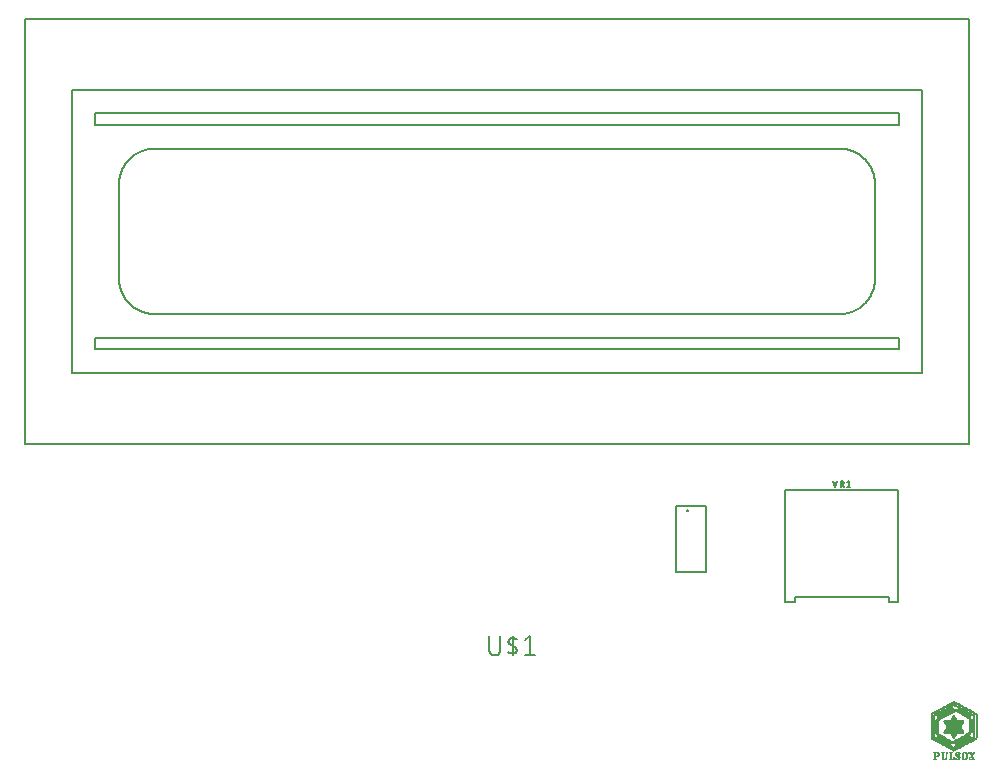
<source format=gbr>
G04 EAGLE Gerber RS-274X export*
G75*
%MOMM*%
%FSLAX34Y34*%
%LPD*%
%INSilkscreen Top*%
%IPPOS*%
%AMOC8*
5,1,8,0,0,1.08239X$1,22.5*%
G01*
%ADD10R,0.304800X0.025400*%
%ADD11R,0.127000X0.025400*%
%ADD12R,0.076200X0.025400*%
%ADD13R,0.457200X0.025400*%
%ADD14R,0.050800X0.025400*%
%ADD15R,0.101600X0.025400*%
%ADD16R,0.177800X0.025400*%
%ADD17R,0.281938X0.025400*%
%ADD18R,0.152400X0.025400*%
%ADD19R,0.203200X0.025656*%
%ADD20R,0.180338X0.025656*%
%ADD21R,0.076200X0.025656*%
%ADD22R,0.127000X0.025656*%
%ADD23R,0.152400X0.025656*%
%ADD24R,0.101600X0.025656*%
%ADD25R,0.231138X0.025656*%
%ADD26R,0.203200X0.025400*%
%ADD27R,0.205738X0.025400*%
%ADD28R,0.231138X0.025400*%
%ADD29R,0.180338X0.025400*%
%ADD30R,0.025400X0.025400*%
%ADD31R,0.279400X0.025400*%
%ADD32R,0.330200X0.025400*%
%ADD33R,0.381000X0.025400*%
%ADD34R,0.355600X0.025400*%
%ADD35R,0.228600X0.025400*%
%ADD36R,0.203200X0.025650*%
%ADD37R,0.177800X0.025650*%
%ADD38R,0.180338X0.025650*%
%ADD39R,0.025400X0.025650*%
%ADD40R,0.406400X0.025650*%
%ADD41R,0.228600X0.025650*%
%ADD42R,0.231138X0.025650*%
%ADD43R,0.307338X0.025400*%
%ADD44R,0.152400X0.025650*%
%ADD45R,0.127000X0.025650*%
%ADD46R,0.254000X0.025650*%
%ADD47R,0.101600X0.025650*%
%ADD48R,0.406400X0.025400*%
%ADD49R,0.381000X0.025650*%
%ADD50R,0.482600X0.025400*%
%ADD51R,0.254000X0.025400*%
%ADD52R,0.254000X0.025656*%
%ADD53R,0.558800X0.025400*%
%ADD54R,0.256538X0.025400*%
%ADD55R,0.431800X0.025400*%
%ADD56R,0.635000X0.025400*%
%ADD57R,0.256538X0.025650*%
%ADD58R,0.508000X0.025650*%
%ADD59R,0.736600X0.025650*%
%ADD60R,0.279400X0.025650*%
%ADD61R,0.609600X0.025400*%
%ADD62R,0.838200X0.025400*%
%ADD63R,0.711200X0.025400*%
%ADD64R,0.939800X0.025400*%
%ADD65R,1.803400X0.025400*%
%ADD66R,1.879600X0.025400*%
%ADD67R,1.955800X0.025400*%
%ADD68R,2.059938X0.025400*%
%ADD69R,2.161538X0.025400*%
%ADD70R,2.263138X0.025400*%
%ADD71R,1.043937X0.025400*%
%ADD72R,1.270000X0.025400*%
%ADD73R,1.043937X0.025650*%
%ADD74R,1.270000X0.025650*%
%ADD75R,1.018538X0.025400*%
%ADD76R,1.244600X0.025400*%
%ADD77R,1.069338X0.025400*%
%ADD78R,1.272538X0.025400*%
%ADD79R,1.043937X0.025656*%
%ADD80R,0.965200X0.025656*%
%ADD81R,0.256538X0.025656*%
%ADD82R,0.789938X0.025400*%
%ADD83R,0.914400X0.025400*%
%ADD84R,0.739138X0.025400*%
%ADD85R,0.863600X0.025400*%
%ADD86R,0.688338X0.025400*%
%ADD87R,0.812800X0.025400*%
%ADD88R,0.637537X0.025400*%
%ADD89R,0.787400X0.025400*%
%ADD90R,0.586738X0.025400*%
%ADD91R,0.736600X0.025400*%
%ADD92R,0.561338X0.025400*%
%ADD93R,0.685800X0.025400*%
%ADD94R,0.510537X0.025400*%
%ADD95R,0.459738X0.025400*%
%ADD96R,0.584200X0.025400*%
%ADD97R,0.457200X0.025650*%
%ADD98R,0.508000X0.025400*%
%ADD99R,0.660400X0.025400*%
%ADD100R,1.727200X0.025400*%
%ADD101R,1.778000X0.025400*%
%ADD102R,0.482600X0.025650*%
%ADD103R,1.752600X0.025650*%
%ADD104R,0.332738X0.025650*%
%ADD105R,1.676400X0.025400*%
%ADD106R,1.625600X0.025400*%
%ADD107R,1.574800X0.025400*%
%ADD108R,1.524000X0.025400*%
%ADD109R,1.473200X0.025400*%
%ADD110R,1.473200X0.025650*%
%ADD111R,0.510537X0.025650*%
%ADD112R,1.422400X0.025400*%
%ADD113R,1.371600X0.025400*%
%ADD114R,1.320800X0.025400*%
%ADD115R,1.295400X0.025400*%
%ADD116R,0.482600X0.025656*%
%ADD117R,1.371600X0.025656*%
%ADD118R,0.510537X0.025656*%
%ADD119R,1.625600X0.025650*%
%ADD120R,1.752600X0.025400*%
%ADD121R,1.651000X0.025400*%
%ADD122R,0.609600X0.025650*%
%ADD123R,0.358137X0.025400*%
%ADD124R,0.434338X0.025400*%
%ADD125R,0.485137X0.025400*%
%ADD126R,0.612138X0.025400*%
%ADD127R,0.662938X0.025650*%
%ADD128R,0.713738X0.025400*%
%ADD129R,0.764538X0.025400*%
%ADD130R,0.815338X0.025400*%
%ADD131R,0.533400X0.025400*%
%ADD132R,0.866138X0.025400*%
%ADD133R,0.916938X0.025400*%
%ADD134R,0.967738X0.025400*%
%ADD135R,1.323338X0.025400*%
%ADD136R,0.762000X0.025400*%
%ADD137R,1.323338X0.025656*%
%ADD138R,1.348738X0.025400*%
%ADD139R,1.066800X0.025400*%
%ADD140R,1.041400X0.025400*%
%ADD141R,1.374138X0.025400*%
%ADD142R,1.399538X0.025400*%
%ADD143R,1.117600X0.025400*%
%ADD144R,2.364737X0.025400*%
%ADD145R,2.263138X0.025650*%
%ADD146R,1.854200X0.025400*%
%ADD147R,0.990600X0.025400*%
%ADD148R,0.558800X0.025650*%
%ADD149R,0.381000X0.025656*%
%ADD150C,0.127000*%
%ADD151C,0.152400*%
%ADD152C,0.203200*%


D10*
X821869Y329004D03*
D11*
X828880Y329004D03*
D12*
X830404Y329004D03*
D13*
X835611Y329004D03*
D14*
X838913Y329004D03*
D12*
X840056Y329004D03*
D15*
X841453Y329004D03*
D12*
X846152Y329004D03*
D15*
X847549Y329004D03*
D16*
X850978Y329004D03*
D17*
X854038Y329004D03*
D10*
X821869Y329258D03*
D16*
X828626Y329258D03*
D15*
X830531Y329258D03*
D13*
X835611Y329258D03*
D16*
X839548Y329258D03*
D18*
X841707Y329258D03*
D11*
X845898Y329258D03*
X847676Y329258D03*
D18*
X851105Y329258D03*
D17*
X854038Y329258D03*
D19*
X821869Y329513D03*
D20*
X828359Y329513D03*
D21*
X830912Y329513D03*
D19*
X834849Y329513D03*
D22*
X837262Y329513D03*
X839294Y329513D03*
X842088Y329513D03*
X845644Y329513D03*
D23*
X848057Y329513D03*
D24*
X851105Y329513D03*
D25*
X854038Y329513D03*
D26*
X821869Y329768D03*
D27*
X828232Y329768D03*
D14*
X831293Y329768D03*
D26*
X834849Y329768D03*
D15*
X837389Y329768D03*
X839167Y329768D03*
X842215Y329768D03*
D18*
X845517Y329768D03*
D11*
X848184Y329768D03*
D12*
X851232Y329768D03*
D28*
X854038Y329768D03*
D26*
X821869Y330022D03*
D29*
X828105Y330022D03*
D14*
X831293Y330022D03*
D26*
X834849Y330022D03*
D12*
X837516Y330022D03*
X839040Y330022D03*
D11*
X842342Y330022D03*
D16*
X845390Y330022D03*
D18*
X848311Y330022D03*
D14*
X851359Y330022D03*
D28*
X853784Y330022D03*
D26*
X821869Y330276D03*
D29*
X828105Y330276D03*
D30*
X831420Y330276D03*
D26*
X834849Y330276D03*
D12*
X837516Y330276D03*
X839040Y330276D03*
D11*
X842342Y330276D03*
D16*
X845390Y330276D03*
X848438Y330276D03*
D12*
X851486Y330276D03*
D28*
X853784Y330276D03*
D26*
X821869Y330530D03*
D29*
X828105Y330530D03*
D30*
X831420Y330530D03*
D26*
X834849Y330530D03*
D14*
X837643Y330530D03*
X838913Y330530D03*
D16*
X842342Y330530D03*
D26*
X845263Y330530D03*
D16*
X848438Y330530D03*
D14*
X851613Y330530D03*
D28*
X853530Y330530D03*
D26*
X821869Y330784D03*
D29*
X828105Y330784D03*
D30*
X831420Y330784D03*
D26*
X834849Y330784D03*
D14*
X837643Y330784D03*
X838913Y330784D03*
D26*
X842215Y330784D03*
X845263Y330784D03*
X848565Y330784D03*
D30*
X851740Y330784D03*
D28*
X853530Y330784D03*
D26*
X821869Y331038D03*
D29*
X828105Y331038D03*
D30*
X831420Y331038D03*
D26*
X834849Y331038D03*
D30*
X837770Y331038D03*
D14*
X838913Y331038D03*
D31*
X841834Y331038D03*
D26*
X845263Y331038D03*
X848565Y331038D03*
D28*
X853276Y331038D03*
D26*
X821869Y331292D03*
D29*
X828105Y331292D03*
D30*
X831420Y331292D03*
D26*
X834849Y331292D03*
D32*
X841580Y331292D03*
D26*
X845263Y331292D03*
X848565Y331292D03*
D28*
X853276Y331292D03*
D33*
X822758Y331546D03*
D29*
X828105Y331546D03*
D30*
X831420Y331546D03*
D26*
X834849Y331546D03*
D34*
X841453Y331546D03*
D35*
X845136Y331546D03*
D26*
X848565Y331546D03*
D28*
X853022Y331546D03*
D26*
X821869Y331800D03*
D16*
X824282Y331800D03*
D29*
X828105Y331800D03*
D30*
X831420Y331800D03*
D26*
X834849Y331800D03*
D33*
X841072Y331800D03*
D35*
X845136Y331800D03*
D26*
X848565Y331800D03*
D28*
X853022Y331800D03*
D36*
X821869Y332056D03*
D37*
X824536Y332056D03*
D38*
X828105Y332056D03*
D39*
X831420Y332056D03*
D36*
X834849Y332056D03*
D40*
X840945Y332056D03*
D41*
X845136Y332056D03*
D36*
X848565Y332056D03*
D42*
X852768Y332056D03*
D26*
X821869Y332311D03*
D16*
X824536Y332311D03*
D29*
X828105Y332311D03*
D30*
X831420Y332311D03*
D26*
X834849Y332311D03*
D33*
X840818Y332311D03*
D35*
X845136Y332311D03*
D26*
X848565Y332311D03*
D28*
X852768Y332311D03*
D26*
X821869Y332565D03*
D16*
X824790Y332565D03*
D29*
X828105Y332565D03*
D30*
X831420Y332565D03*
D26*
X834849Y332565D03*
D33*
X840564Y332565D03*
D35*
X845136Y332565D03*
D26*
X848565Y332565D03*
D28*
X852514Y332565D03*
D26*
X821869Y332819D03*
D16*
X824790Y332819D03*
D29*
X828105Y332819D03*
D30*
X831420Y332819D03*
D26*
X834849Y332819D03*
D32*
X840310Y332819D03*
D26*
X845263Y332819D03*
X848565Y332819D03*
D28*
X852514Y332819D03*
D26*
X821869Y333073D03*
D16*
X824790Y333073D03*
D29*
X828105Y333073D03*
D30*
X831420Y333073D03*
D26*
X834849Y333073D03*
D31*
X840056Y333073D03*
D14*
X842723Y333073D03*
D26*
X845263Y333073D03*
X848565Y333073D03*
D28*
X852260Y333073D03*
D26*
X821869Y333327D03*
D16*
X824790Y333327D03*
D29*
X828105Y333327D03*
D30*
X831420Y333327D03*
D26*
X834849Y333327D03*
D35*
X839802Y333327D03*
D14*
X842723Y333327D03*
D26*
X845263Y333327D03*
D16*
X848438Y333327D03*
D43*
X852641Y333327D03*
D26*
X821869Y333581D03*
D16*
X824790Y333581D03*
D29*
X828105Y333581D03*
D30*
X831420Y333581D03*
D26*
X834849Y333581D03*
D16*
X839548Y333581D03*
D14*
X842723Y333581D03*
D26*
X845263Y333581D03*
D16*
X848438Y333581D03*
D28*
X852006Y333581D03*
D14*
X853924Y333581D03*
D26*
X821869Y333835D03*
D16*
X824790Y333835D03*
D29*
X828105Y333835D03*
D30*
X831420Y333835D03*
D26*
X834849Y333835D03*
D18*
X839421Y333835D03*
D12*
X842596Y333835D03*
D16*
X845390Y333835D03*
X848438Y333835D03*
D28*
X852006Y333835D03*
D14*
X854178Y333835D03*
D26*
X821869Y334089D03*
D16*
X824790Y334089D03*
D29*
X828105Y334089D03*
D14*
X831547Y334089D03*
D26*
X834849Y334089D03*
D11*
X839548Y334089D03*
D12*
X842596Y334089D03*
D16*
X845390Y334089D03*
D18*
X848311Y334089D03*
D35*
X851740Y334089D03*
D14*
X854178Y334089D03*
D26*
X821869Y334343D03*
D16*
X824536Y334343D03*
D29*
X828105Y334343D03*
D12*
X831420Y334343D03*
D26*
X834849Y334343D03*
D11*
X839548Y334343D03*
D15*
X842469Y334343D03*
D18*
X845517Y334343D03*
D11*
X848184Y334343D03*
D35*
X851740Y334343D03*
D12*
X854305Y334343D03*
D36*
X821869Y334598D03*
D44*
X824409Y334598D03*
D42*
X828105Y334598D03*
D45*
X831420Y334598D03*
D36*
X834849Y334598D03*
D45*
X839802Y334598D03*
X842342Y334598D03*
X845644Y334598D03*
D44*
X848057Y334598D03*
D46*
X851613Y334598D03*
D47*
X854432Y334598D03*
D13*
X822631Y334854D03*
D17*
X828105Y334854D03*
D16*
X831420Y334854D03*
D10*
X834849Y334854D03*
D11*
X840056Y334854D03*
D12*
X841580Y334854D03*
D14*
X842723Y334854D03*
D11*
X845898Y334854D03*
X847676Y334854D03*
D43*
X851625Y334854D03*
D26*
X854432Y334854D03*
D48*
X822377Y335108D03*
D17*
X828105Y335108D03*
D16*
X831420Y335108D03*
D10*
X834849Y335108D03*
D15*
X840183Y335108D03*
D14*
X841453Y335108D03*
D30*
X842850Y335108D03*
D12*
X846152Y335108D03*
D15*
X847549Y335108D03*
D43*
X851625Y335108D03*
D26*
X854432Y335108D03*
D12*
X838024Y336378D03*
D16*
X838024Y336632D03*
D31*
X838024Y336886D03*
D49*
X838024Y337141D03*
D50*
X838024Y337396D03*
D51*
X836627Y337650D03*
X839421Y337650D03*
X836119Y337904D03*
X839929Y337904D03*
X835611Y338158D03*
X840437Y338158D03*
D31*
X835230Y338412D03*
D12*
X837770Y338412D03*
D31*
X840818Y338412D03*
X834722Y338666D03*
D16*
X837770Y338666D03*
D31*
X841326Y338666D03*
X834214Y338920D03*
X837770Y338920D03*
X841834Y338920D03*
X833706Y339174D03*
D33*
X837770Y339174D03*
D51*
X842215Y339174D03*
D31*
X833198Y339428D03*
D50*
X837770Y339428D03*
D51*
X842723Y339428D03*
D52*
X832817Y339683D03*
X836373Y339683D03*
X839167Y339683D03*
X843231Y339683D03*
D51*
X832309Y339939D03*
X835865Y339939D03*
X839675Y339939D03*
D31*
X843612Y339939D03*
D51*
X831801Y340193D03*
X835357Y340193D03*
D32*
X840564Y340193D03*
D31*
X844120Y340193D03*
X831420Y340447D03*
X834976Y340447D03*
D32*
X840818Y340447D03*
D31*
X844628Y340447D03*
X830912Y340701D03*
X834468Y340701D03*
X841072Y340701D03*
X845136Y340701D03*
X830404Y340955D03*
X833960Y340955D03*
X841580Y340955D03*
D51*
X845517Y340955D03*
D31*
X829896Y341209D03*
X833452Y341209D03*
D33*
X841580Y341209D03*
D51*
X846025Y341209D03*
D31*
X829388Y341463D03*
D51*
X833071Y341463D03*
D13*
X841453Y341463D03*
D51*
X846533Y341463D03*
X829007Y341717D03*
D32*
X832944Y341717D03*
D53*
X841453Y341717D03*
D31*
X846914Y341717D03*
D54*
X828486Y341971D03*
D55*
X832944Y341971D03*
D56*
X841580Y341971D03*
D31*
X847422Y341971D03*
D57*
X827978Y342226D03*
D58*
X832817Y342226D03*
D59*
X841580Y342226D03*
D60*
X847930Y342226D03*
D17*
X827597Y342481D03*
D61*
X832817Y342481D03*
D62*
X841580Y342481D03*
D31*
X848438Y342481D03*
D17*
X827089Y342735D03*
D63*
X832817Y342735D03*
D64*
X841580Y342735D03*
D51*
X848819Y342735D03*
D17*
X826581Y342989D03*
D65*
X837770Y342989D03*
D51*
X849327Y342989D03*
D31*
X826060Y343243D03*
D66*
X837897Y343243D03*
D51*
X849835Y343243D03*
D31*
X825552Y343497D03*
D67*
X837770Y343497D03*
D31*
X850216Y343497D03*
D51*
X825171Y343751D03*
D68*
X837757Y343751D03*
D31*
X850724Y343751D03*
D51*
X824663Y344005D03*
D69*
X837757Y344005D03*
D31*
X851232Y344005D03*
D51*
X824155Y344259D03*
D70*
X837757Y344259D03*
D51*
X851613Y344259D03*
D31*
X823774Y344513D03*
D71*
X831153Y344513D03*
D72*
X843231Y344513D03*
D54*
X852133Y344513D03*
D60*
X823266Y344768D03*
D73*
X830645Y344768D03*
D74*
X843739Y344768D03*
D57*
X852641Y344768D03*
D31*
X822758Y345024D03*
D75*
X830264Y345024D03*
D72*
X844247Y345024D03*
D17*
X853022Y345024D03*
D31*
X822250Y345278D03*
D71*
X829883Y345278D03*
D76*
X844628Y345278D03*
D17*
X853530Y345278D03*
D31*
X821742Y345532D03*
D71*
X829375Y345532D03*
D76*
X845136Y345532D03*
D17*
X854038Y345532D03*
D51*
X821361Y345786D03*
D71*
X828867Y345786D03*
D72*
X845517Y345786D03*
D31*
X854559Y345786D03*
D51*
X820853Y346040D03*
D71*
X828359Y346040D03*
D72*
X846025Y346040D03*
D51*
X854940Y346040D03*
X820345Y346294D03*
D71*
X827851Y346294D03*
D72*
X846533Y346294D03*
D51*
X855448Y346294D03*
D31*
X819964Y346548D03*
D77*
X827470Y346548D03*
D78*
X847053Y346548D03*
D51*
X855956Y346548D03*
X819583Y346802D03*
D77*
X826962Y346802D03*
D14*
X837897Y346802D03*
D78*
X847561Y346802D03*
D51*
X856210Y346802D03*
D26*
X819329Y347056D03*
D71*
X826581Y347056D03*
D15*
X837897Y347056D03*
D78*
X847815Y347056D03*
D26*
X856464Y347056D03*
D23*
X819075Y347311D03*
D79*
X826073Y347311D03*
D23*
X837897Y347311D03*
D80*
X846787Y347311D03*
D81*
X853403Y347311D03*
D23*
X856718Y347311D03*
D11*
X818948Y347566D03*
D51*
X821615Y347566D03*
D82*
X827089Y347566D03*
D26*
X837897Y347566D03*
D83*
X847041Y347566D03*
D54*
X853911Y347566D03*
D11*
X856845Y347566D03*
X818948Y347820D03*
D51*
X821361Y347820D03*
D84*
X826835Y347820D03*
D26*
X837897Y347820D03*
D85*
X847295Y347820D03*
D54*
X854165Y347820D03*
D11*
X856845Y347820D03*
X818948Y348074D03*
D26*
X821107Y348074D03*
D86*
X826581Y348074D03*
D51*
X837897Y348074D03*
D87*
X847549Y348074D03*
D26*
X854432Y348074D03*
D11*
X856845Y348074D03*
X818948Y348328D03*
D18*
X820853Y348328D03*
D88*
X826327Y348328D03*
D31*
X838024Y348328D03*
D89*
X847676Y348328D03*
D18*
X854686Y348328D03*
D11*
X856845Y348328D03*
X818948Y348582D03*
X820726Y348582D03*
D90*
X826073Y348582D03*
D10*
X837897Y348582D03*
D91*
X847930Y348582D03*
D11*
X854813Y348582D03*
X856845Y348582D03*
X818948Y348836D03*
X820726Y348836D03*
D92*
X825946Y348836D03*
D34*
X837897Y348836D03*
D93*
X848184Y348836D03*
D11*
X854813Y348836D03*
X856845Y348836D03*
X818948Y349090D03*
X820726Y349090D03*
D94*
X825692Y349090D03*
D34*
X837897Y349090D03*
D56*
X848438Y349090D03*
D11*
X854813Y349090D03*
X856845Y349090D03*
X818948Y349344D03*
X820726Y349344D03*
D95*
X825438Y349344D03*
D48*
X837897Y349344D03*
D96*
X848692Y349344D03*
D11*
X854813Y349344D03*
X856845Y349344D03*
X818948Y349598D03*
X820726Y349598D03*
D48*
X825171Y349598D03*
D13*
X837897Y349598D03*
D53*
X848819Y349598D03*
D11*
X854813Y349598D03*
X856845Y349598D03*
D45*
X818948Y349854D03*
X820726Y349854D03*
D49*
X825044Y349854D03*
D97*
X837897Y349854D03*
D58*
X849073Y349854D03*
D45*
X854813Y349854D03*
X856845Y349854D03*
D11*
X818948Y350109D03*
X820726Y350109D03*
D32*
X824790Y350109D03*
D98*
X837897Y350109D03*
D13*
X849327Y350109D03*
D11*
X854813Y350109D03*
X856845Y350109D03*
X818948Y350363D03*
X820726Y350363D03*
D31*
X824536Y350363D03*
D53*
X837897Y350363D03*
D48*
X849581Y350363D03*
D11*
X854813Y350363D03*
X856845Y350363D03*
X818948Y350617D03*
X820726Y350617D03*
D51*
X824155Y350617D03*
D53*
X837897Y350617D03*
D34*
X849835Y350617D03*
D11*
X854813Y350617D03*
X856845Y350617D03*
X818948Y350871D03*
X820726Y350871D03*
D51*
X823647Y350871D03*
D61*
X837897Y350871D03*
D32*
X849962Y350871D03*
D11*
X854813Y350871D03*
X856845Y350871D03*
X818948Y351125D03*
X820726Y351125D03*
D31*
X823520Y351125D03*
D61*
X837897Y351125D03*
D31*
X850216Y351125D03*
D11*
X854813Y351125D03*
X856845Y351125D03*
X818948Y351379D03*
X820726Y351379D03*
D32*
X823266Y351379D03*
D99*
X837897Y351379D03*
D51*
X850597Y351379D03*
D11*
X854813Y351379D03*
X856845Y351379D03*
X818948Y351633D03*
D50*
X822504Y351633D03*
D100*
X837897Y351633D03*
D51*
X851105Y351633D03*
D11*
X854813Y351633D03*
X856845Y351633D03*
X818948Y351887D03*
D50*
X822504Y351887D03*
D101*
X837897Y351887D03*
D51*
X851613Y351887D03*
D11*
X854813Y351887D03*
X856845Y351887D03*
X818948Y352141D03*
D50*
X822504Y352141D03*
D101*
X837897Y352141D03*
D43*
X851879Y352141D03*
D11*
X854813Y352141D03*
X856845Y352141D03*
D45*
X818948Y352396D03*
D102*
X822504Y352396D03*
D103*
X838024Y352396D03*
D104*
X852006Y352396D03*
D45*
X854813Y352396D03*
X856845Y352396D03*
D11*
X818948Y352651D03*
D50*
X822504Y352651D03*
D100*
X837897Y352651D03*
D94*
X852895Y352651D03*
D11*
X856845Y352651D03*
X818948Y352905D03*
D50*
X822504Y352905D03*
D105*
X837897Y352905D03*
D94*
X852895Y352905D03*
D11*
X856845Y352905D03*
X818948Y353159D03*
D50*
X822504Y353159D03*
D105*
X837897Y353159D03*
D94*
X852895Y353159D03*
D11*
X856845Y353159D03*
X818948Y353413D03*
D50*
X822504Y353413D03*
D106*
X837897Y353413D03*
D94*
X852895Y353413D03*
D11*
X856845Y353413D03*
X818948Y353667D03*
D50*
X822504Y353667D03*
D106*
X837897Y353667D03*
D94*
X852895Y353667D03*
D11*
X856845Y353667D03*
X818948Y353921D03*
D50*
X822504Y353921D03*
D107*
X837897Y353921D03*
D94*
X852895Y353921D03*
D11*
X856845Y353921D03*
X818948Y354175D03*
D50*
X822504Y354175D03*
D107*
X837897Y354175D03*
D94*
X852895Y354175D03*
D11*
X856845Y354175D03*
X818948Y354429D03*
D50*
X822504Y354429D03*
D108*
X837897Y354429D03*
D94*
X852895Y354429D03*
D11*
X856845Y354429D03*
X818948Y354683D03*
D50*
X822504Y354683D03*
D109*
X837897Y354683D03*
D94*
X852895Y354683D03*
D11*
X856845Y354683D03*
D45*
X818948Y354939D03*
D102*
X822504Y354939D03*
D110*
X837897Y354939D03*
D111*
X852895Y354939D03*
D45*
X856845Y354939D03*
D11*
X818948Y355194D03*
D50*
X822504Y355194D03*
D112*
X837897Y355194D03*
D94*
X852895Y355194D03*
D11*
X856845Y355194D03*
X818948Y355448D03*
D50*
X822504Y355448D03*
D112*
X837897Y355448D03*
D94*
X852895Y355448D03*
D11*
X856845Y355448D03*
X818948Y355702D03*
D50*
X822504Y355702D03*
D113*
X837897Y355702D03*
D94*
X852895Y355702D03*
D11*
X856845Y355702D03*
X818948Y355956D03*
D50*
X822504Y355956D03*
D113*
X837897Y355956D03*
D94*
X852895Y355956D03*
D11*
X856845Y355956D03*
X818948Y356210D03*
D50*
X822504Y356210D03*
D114*
X837897Y356210D03*
D94*
X852895Y356210D03*
D11*
X856845Y356210D03*
X818948Y356464D03*
D50*
X822504Y356464D03*
D115*
X838024Y356464D03*
D94*
X852895Y356464D03*
D11*
X856845Y356464D03*
X818948Y356718D03*
D50*
X822504Y356718D03*
D72*
X837897Y356718D03*
D94*
X852895Y356718D03*
D11*
X856845Y356718D03*
X818948Y356972D03*
D50*
X822504Y356972D03*
D114*
X837897Y356972D03*
D94*
X852895Y356972D03*
D11*
X856845Y356972D03*
X818948Y357226D03*
D50*
X822504Y357226D03*
D114*
X837897Y357226D03*
D94*
X852895Y357226D03*
D11*
X856845Y357226D03*
D22*
X818948Y357481D03*
D116*
X822504Y357481D03*
D117*
X837897Y357481D03*
D118*
X852895Y357481D03*
D22*
X856845Y357481D03*
D11*
X818948Y357736D03*
D50*
X822504Y357736D03*
D113*
X837897Y357736D03*
D94*
X852895Y357736D03*
D11*
X856845Y357736D03*
X818948Y357990D03*
D50*
X822504Y357990D03*
D112*
X837897Y357990D03*
D94*
X852895Y357990D03*
D11*
X856845Y357990D03*
X818948Y358244D03*
D50*
X822504Y358244D03*
D112*
X837897Y358244D03*
D94*
X852895Y358244D03*
D11*
X856845Y358244D03*
X818948Y358498D03*
D50*
X822504Y358498D03*
D109*
X837897Y358498D03*
D94*
X852895Y358498D03*
D11*
X856845Y358498D03*
X818948Y358752D03*
D50*
X822504Y358752D03*
D109*
X837897Y358752D03*
D94*
X852895Y358752D03*
D11*
X856845Y358752D03*
X818948Y359006D03*
D50*
X822504Y359006D03*
D108*
X837897Y359006D03*
D94*
X852895Y359006D03*
D11*
X856845Y359006D03*
X818948Y359260D03*
D50*
X822504Y359260D03*
D107*
X837897Y359260D03*
D94*
X852895Y359260D03*
D11*
X856845Y359260D03*
X818948Y359514D03*
D50*
X822504Y359514D03*
D107*
X837897Y359514D03*
D94*
X852895Y359514D03*
D11*
X856845Y359514D03*
X818948Y359768D03*
D50*
X822504Y359768D03*
D106*
X837897Y359768D03*
D94*
X852895Y359768D03*
D11*
X856845Y359768D03*
D45*
X818948Y360024D03*
D102*
X822504Y360024D03*
D119*
X837897Y360024D03*
D111*
X852895Y360024D03*
D45*
X856845Y360024D03*
D11*
X818948Y360279D03*
D50*
X822504Y360279D03*
D105*
X837897Y360279D03*
D94*
X852895Y360279D03*
D11*
X856845Y360279D03*
X818948Y360533D03*
D50*
X822504Y360533D03*
D105*
X837897Y360533D03*
D94*
X852895Y360533D03*
D11*
X856845Y360533D03*
X818948Y360787D03*
D50*
X822504Y360787D03*
D100*
X837897Y360787D03*
D94*
X852895Y360787D03*
D11*
X856845Y360787D03*
X818948Y361041D03*
D50*
X822504Y361041D03*
D120*
X838024Y361041D03*
D94*
X852895Y361041D03*
D11*
X856845Y361041D03*
X818948Y361295D03*
D50*
X822504Y361295D03*
D101*
X837897Y361295D03*
D94*
X852895Y361295D03*
D11*
X856845Y361295D03*
X818948Y361549D03*
D50*
X822504Y361549D03*
D101*
X837897Y361549D03*
D94*
X852895Y361549D03*
D11*
X856845Y361549D03*
X818948Y361803D03*
D50*
X822504Y361803D03*
D100*
X837897Y361803D03*
D94*
X852895Y361803D03*
D11*
X856845Y361803D03*
X818948Y362057D03*
D50*
X822504Y362057D03*
D121*
X837770Y362057D03*
D94*
X852895Y362057D03*
D11*
X856845Y362057D03*
X818948Y362311D03*
X820726Y362311D03*
D10*
X823393Y362311D03*
D61*
X837897Y362311D03*
D94*
X852895Y362311D03*
D11*
X856845Y362311D03*
D45*
X818948Y362566D03*
X820726Y362566D03*
D60*
X823774Y362566D03*
D122*
X837897Y362566D03*
D111*
X852895Y362566D03*
D45*
X856845Y362566D03*
D11*
X818948Y362821D03*
X820726Y362821D03*
D31*
X824282Y362821D03*
D53*
X837897Y362821D03*
D94*
X852895Y362821D03*
D11*
X856845Y362821D03*
X818948Y363075D03*
X820726Y363075D03*
D31*
X824790Y363075D03*
D53*
X837897Y363075D03*
D123*
X852133Y363075D03*
D11*
X854813Y363075D03*
X856845Y363075D03*
X818948Y363329D03*
X820726Y363329D03*
D32*
X825044Y363329D03*
D98*
X837897Y363329D03*
D43*
X851879Y363329D03*
D11*
X854813Y363329D03*
X856845Y363329D03*
X818948Y363583D03*
X820726Y363583D03*
D33*
X825298Y363583D03*
D13*
X837897Y363583D03*
D51*
X851613Y363583D03*
D11*
X854813Y363583D03*
X856845Y363583D03*
X818948Y363837D03*
X820726Y363837D03*
D124*
X825565Y363837D03*
D13*
X837897Y363837D03*
D51*
X851105Y363837D03*
D11*
X854813Y363837D03*
X856845Y363837D03*
X818948Y364091D03*
X820726Y364091D03*
D125*
X825819Y364091D03*
D48*
X837897Y364091D03*
D51*
X850851Y364091D03*
D11*
X854813Y364091D03*
X856845Y364091D03*
X818948Y364345D03*
X820726Y364345D03*
D94*
X825946Y364345D03*
D34*
X837897Y364345D03*
D51*
X850343Y364345D03*
D11*
X854813Y364345D03*
X856845Y364345D03*
X818948Y364599D03*
X820726Y364599D03*
D92*
X826200Y364599D03*
D34*
X837897Y364599D03*
D10*
X850089Y364599D03*
D11*
X854813Y364599D03*
X856845Y364599D03*
X818948Y364853D03*
X820726Y364853D03*
D126*
X826454Y364853D03*
D10*
X837897Y364853D03*
D34*
X849835Y364853D03*
D11*
X854813Y364853D03*
X856845Y364853D03*
D45*
X818948Y365109D03*
X820726Y365109D03*
D127*
X826708Y365109D03*
D46*
X837897Y365109D03*
D40*
X849581Y365109D03*
D45*
X854813Y365109D03*
X856845Y365109D03*
D11*
X818948Y365364D03*
X820726Y365364D03*
D128*
X826962Y365364D03*
D51*
X837897Y365364D03*
D55*
X849454Y365364D03*
D11*
X854813Y365364D03*
X856845Y365364D03*
X818948Y365618D03*
X820726Y365618D03*
D129*
X827216Y365618D03*
D26*
X837897Y365618D03*
D50*
X849200Y365618D03*
D11*
X854813Y365618D03*
X856845Y365618D03*
X818948Y365872D03*
X820726Y365872D03*
D130*
X827470Y365872D03*
D26*
X837897Y365872D03*
D131*
X848946Y365872D03*
D11*
X854813Y365872D03*
X856845Y365872D03*
X818948Y366126D03*
D18*
X820853Y366126D03*
D132*
X827724Y366126D03*
D18*
X837897Y366126D03*
D96*
X848692Y366126D03*
D18*
X854686Y366126D03*
D11*
X856845Y366126D03*
X818948Y366380D03*
D26*
X821107Y366380D03*
D133*
X827978Y366380D03*
D15*
X837897Y366380D03*
D61*
X848565Y366380D03*
D26*
X854432Y366380D03*
D11*
X856845Y366380D03*
X818948Y366634D03*
D51*
X821361Y366634D03*
D134*
X828232Y366634D03*
D14*
X837897Y366634D03*
D99*
X848311Y366634D03*
D54*
X854165Y366634D03*
D11*
X856845Y366634D03*
X818948Y366888D03*
D31*
X821742Y366888D03*
D75*
X828486Y366888D03*
D63*
X848057Y366888D03*
D17*
X853784Y366888D03*
D11*
X856845Y366888D03*
X818948Y367142D03*
D135*
X827470Y367142D03*
D136*
X847803Y367142D03*
D54*
X853403Y367142D03*
D11*
X856845Y367142D03*
D18*
X819075Y367396D03*
D135*
X827978Y367396D03*
D71*
X848958Y367396D03*
D18*
X856718Y367396D03*
D19*
X819329Y367651D03*
D137*
X828486Y367651D03*
D79*
X848450Y367651D03*
D19*
X856464Y367651D03*
D51*
X819583Y367907D03*
D138*
X828867Y367907D03*
D77*
X848069Y367907D03*
D51*
X856210Y367907D03*
D31*
X819964Y368161D03*
D138*
X829375Y368161D03*
D139*
X847549Y368161D03*
D31*
X855829Y368161D03*
X820472Y368415D03*
D138*
X829883Y368415D03*
D140*
X847168Y368415D03*
D51*
X855448Y368415D03*
X820853Y368669D03*
D141*
X830264Y368669D03*
D140*
X846660Y368669D03*
D51*
X854940Y368669D03*
X821361Y368923D03*
D142*
X830645Y368923D03*
D139*
X846279Y368923D03*
D51*
X854432Y368923D03*
X821869Y369177D03*
D138*
X831407Y369177D03*
D143*
X846025Y369177D03*
D17*
X854038Y369177D03*
D31*
X822250Y369431D03*
D138*
X831915Y369431D03*
D140*
X845136Y369431D03*
D12*
X850978Y369431D03*
D17*
X853530Y369431D03*
D31*
X822758Y369685D03*
D141*
X832296Y369685D03*
D140*
X844882Y369685D03*
D17*
X853022Y369685D03*
D31*
X823266Y369939D03*
D144*
X837757Y369939D03*
D17*
X852514Y369939D03*
D60*
X823774Y370194D03*
D145*
X837757Y370194D03*
D57*
X852133Y370194D03*
D31*
X824282Y370449D03*
D69*
X837757Y370449D03*
D51*
X851613Y370449D03*
X824663Y370703D03*
D68*
X837757Y370703D03*
D31*
X851232Y370703D03*
D51*
X825171Y370957D03*
D67*
X837770Y370957D03*
D31*
X850724Y370957D03*
D51*
X825679Y371211D03*
D146*
X837770Y371211D03*
D31*
X850216Y371211D03*
X826060Y371465D03*
D147*
X833960Y371465D03*
D63*
X843231Y371465D03*
D31*
X849708Y371465D03*
D17*
X826581Y371719D03*
D64*
X833960Y371719D03*
D61*
X843231Y371719D03*
D51*
X849327Y371719D03*
D17*
X827089Y371973D03*
D62*
X833960Y371973D03*
D98*
X843231Y371973D03*
D51*
X848819Y371973D03*
D17*
X827597Y372227D03*
D91*
X833960Y372227D03*
D48*
X843231Y372227D03*
D51*
X848311Y372227D03*
D17*
X828105Y372481D03*
D56*
X833960Y372481D03*
D10*
X843231Y372481D03*
D31*
X847930Y372481D03*
D57*
X828486Y372736D03*
D148*
X834087Y372736D03*
D46*
X842977Y372736D03*
D60*
X847422Y372736D03*
D51*
X829007Y372992D03*
D13*
X834087Y372992D03*
D51*
X842469Y372992D03*
D31*
X846914Y372992D03*
D51*
X829515Y373246D03*
D34*
X834087Y373246D03*
D31*
X842088Y373246D03*
X846406Y373246D03*
X829896Y373500D03*
X833960Y373500D03*
X841580Y373500D03*
D51*
X846025Y373500D03*
D31*
X830404Y373754D03*
X834468Y373754D03*
X841072Y373754D03*
D51*
X845517Y373754D03*
D31*
X830912Y374008D03*
D32*
X834722Y374008D03*
D31*
X840564Y374008D03*
D51*
X845009Y374008D03*
D31*
X831420Y374262D03*
D34*
X835103Y374262D03*
D31*
X840056Y374262D03*
X844628Y374262D03*
X831928Y374516D03*
D51*
X835865Y374516D03*
X839675Y374516D03*
D31*
X844120Y374516D03*
D51*
X832309Y374770D03*
X836373Y374770D03*
X839167Y374770D03*
D31*
X843612Y374770D03*
D51*
X832817Y375024D03*
D55*
X837770Y375024D03*
D31*
X843104Y375024D03*
D52*
X833325Y375279D03*
D149*
X837770Y375279D03*
D52*
X842723Y375279D03*
D31*
X833706Y375534D03*
X837770Y375534D03*
D51*
X842215Y375534D03*
D31*
X834214Y375788D03*
D16*
X837770Y375788D03*
D31*
X841834Y375788D03*
X834722Y376042D03*
D12*
X837770Y376042D03*
D31*
X841326Y376042D03*
X835230Y376296D03*
X840818Y376296D03*
X835738Y376550D03*
X840310Y376550D03*
D51*
X836119Y376804D03*
X839929Y376804D03*
X836627Y377058D03*
X839421Y377058D03*
D55*
X838024Y377312D03*
D33*
X838024Y377566D03*
D60*
X838024Y377821D03*
D16*
X838024Y378077D03*
D12*
X838024Y378331D03*
D150*
X611794Y540516D02*
X611796Y540544D01*
X611802Y540571D01*
X611811Y540597D01*
X611824Y540622D01*
X611841Y540645D01*
X611860Y540665D01*
X611882Y540682D01*
X611906Y540696D01*
X611932Y540706D01*
X611959Y540713D01*
X611987Y540716D01*
X612015Y540715D01*
X612042Y540710D01*
X612069Y540701D01*
X612094Y540689D01*
X612117Y540674D01*
X612138Y540655D01*
X612156Y540634D01*
X612171Y540610D01*
X612182Y540584D01*
X612190Y540558D01*
X612194Y540530D01*
X612194Y540502D01*
X612190Y540474D01*
X612182Y540448D01*
X612171Y540422D01*
X612156Y540398D01*
X612138Y540377D01*
X612117Y540358D01*
X612094Y540343D01*
X612069Y540331D01*
X612042Y540322D01*
X612015Y540317D01*
X611987Y540316D01*
X611959Y540319D01*
X611932Y540326D01*
X611906Y540336D01*
X611882Y540350D01*
X611860Y540367D01*
X611841Y540387D01*
X611824Y540410D01*
X611811Y540435D01*
X611802Y540461D01*
X611796Y540488D01*
X611794Y540516D01*
X601994Y544516D02*
X627994Y544516D01*
X627994Y488516D01*
X601994Y488516D01*
X601994Y544516D01*
D151*
X444379Y434102D02*
X444379Y422361D01*
X444378Y422361D02*
X444380Y422228D01*
X444386Y422096D01*
X444396Y421964D01*
X444409Y421832D01*
X444427Y421700D01*
X444448Y421570D01*
X444473Y421439D01*
X444502Y421310D01*
X444535Y421182D01*
X444571Y421054D01*
X444611Y420928D01*
X444655Y420803D01*
X444703Y420679D01*
X444754Y420557D01*
X444809Y420436D01*
X444867Y420317D01*
X444929Y420199D01*
X444994Y420084D01*
X445063Y419970D01*
X445134Y419859D01*
X445210Y419750D01*
X445288Y419643D01*
X445369Y419538D01*
X445454Y419436D01*
X445541Y419336D01*
X445631Y419239D01*
X445724Y419144D01*
X445820Y419053D01*
X445918Y418964D01*
X446019Y418878D01*
X446123Y418795D01*
X446229Y418715D01*
X446337Y418639D01*
X446447Y418565D01*
X446560Y418495D01*
X446674Y418428D01*
X446791Y418365D01*
X446909Y418305D01*
X447029Y418248D01*
X447151Y418195D01*
X447274Y418146D01*
X447398Y418100D01*
X447524Y418058D01*
X447651Y418020D01*
X447779Y417985D01*
X447908Y417954D01*
X448037Y417927D01*
X448168Y417904D01*
X448299Y417884D01*
X448431Y417869D01*
X448563Y417857D01*
X448695Y417849D01*
X448828Y417845D01*
X448960Y417845D01*
X449093Y417849D01*
X449225Y417857D01*
X449357Y417869D01*
X449489Y417884D01*
X449620Y417904D01*
X449751Y417927D01*
X449880Y417954D01*
X450009Y417985D01*
X450137Y418020D01*
X450264Y418058D01*
X450390Y418100D01*
X450514Y418146D01*
X450637Y418195D01*
X450759Y418248D01*
X450879Y418305D01*
X450997Y418365D01*
X451114Y418428D01*
X451228Y418495D01*
X451341Y418565D01*
X451451Y418639D01*
X451559Y418715D01*
X451665Y418795D01*
X451769Y418878D01*
X451870Y418964D01*
X451968Y419053D01*
X452064Y419144D01*
X452157Y419239D01*
X452247Y419336D01*
X452334Y419436D01*
X452419Y419538D01*
X452500Y419643D01*
X452578Y419750D01*
X452654Y419859D01*
X452725Y419970D01*
X452794Y420084D01*
X452859Y420199D01*
X452921Y420317D01*
X452979Y420436D01*
X453034Y420557D01*
X453085Y420679D01*
X453133Y420803D01*
X453177Y420928D01*
X453217Y421054D01*
X453253Y421182D01*
X453286Y421310D01*
X453315Y421439D01*
X453340Y421570D01*
X453361Y421700D01*
X453379Y421832D01*
X453392Y421964D01*
X453402Y422096D01*
X453408Y422228D01*
X453410Y422361D01*
X453410Y434102D01*
X464005Y434102D02*
X464005Y417846D01*
X464005Y425974D02*
X461747Y427328D01*
X461660Y427383D01*
X461576Y427440D01*
X461494Y427501D01*
X461414Y427564D01*
X461337Y427631D01*
X461262Y427700D01*
X461190Y427772D01*
X461121Y427847D01*
X461054Y427925D01*
X460991Y428005D01*
X460930Y428087D01*
X460873Y428171D01*
X460819Y428258D01*
X460768Y428346D01*
X460721Y428437D01*
X460677Y428529D01*
X460637Y428623D01*
X460600Y428718D01*
X460567Y428814D01*
X460538Y428912D01*
X460512Y429011D01*
X460490Y429110D01*
X460472Y429211D01*
X460457Y429312D01*
X460447Y429413D01*
X460440Y429515D01*
X460437Y429617D01*
X460438Y429719D01*
X460443Y429821D01*
X460452Y429923D01*
X460464Y430024D01*
X460481Y430125D01*
X460501Y430225D01*
X460525Y430324D01*
X460552Y430422D01*
X460584Y430519D01*
X460619Y430615D01*
X460657Y430709D01*
X460699Y430802D01*
X460745Y430894D01*
X460794Y430983D01*
X460846Y431071D01*
X460902Y431156D01*
X460961Y431240D01*
X461023Y431321D01*
X461088Y431399D01*
X461156Y431475D01*
X461226Y431549D01*
X461300Y431620D01*
X461376Y431688D01*
X461455Y431753D01*
X461536Y431815D01*
X461619Y431874D01*
X461704Y431929D01*
X461792Y431982D01*
X461881Y432031D01*
X461973Y432077D01*
X462065Y432119D01*
X462160Y432158D01*
X462256Y432193D01*
X462353Y432224D01*
X462451Y432252D01*
X462550Y432276D01*
X462650Y432296D01*
X462650Y432295D02*
X462820Y432324D01*
X462990Y432349D01*
X463161Y432370D01*
X463332Y432386D01*
X463503Y432399D01*
X463675Y432407D01*
X463847Y432411D01*
X464019Y432412D01*
X464191Y432407D01*
X464363Y432399D01*
X464534Y432387D01*
X464705Y432371D01*
X464876Y432350D01*
X465046Y432325D01*
X465216Y432297D01*
X465385Y432264D01*
X465553Y432227D01*
X465720Y432186D01*
X465886Y432141D01*
X466051Y432092D01*
X466214Y432040D01*
X466377Y431983D01*
X466538Y431922D01*
X466697Y431858D01*
X466855Y431790D01*
X467011Y431717D01*
X467166Y431642D01*
X467318Y431562D01*
X467469Y431479D01*
X467617Y431392D01*
X464005Y425974D02*
X466262Y424619D01*
X466262Y424620D02*
X466349Y424565D01*
X466433Y424508D01*
X466515Y424447D01*
X466595Y424384D01*
X466672Y424317D01*
X466747Y424248D01*
X466819Y424176D01*
X466888Y424101D01*
X466955Y424023D01*
X467018Y423943D01*
X467079Y423861D01*
X467136Y423777D01*
X467190Y423690D01*
X467241Y423602D01*
X467288Y423511D01*
X467332Y423419D01*
X467372Y423325D01*
X467409Y423230D01*
X467442Y423134D01*
X467471Y423036D01*
X467497Y422937D01*
X467519Y422838D01*
X467537Y422737D01*
X467552Y422636D01*
X467562Y422535D01*
X467569Y422433D01*
X467572Y422331D01*
X467571Y422229D01*
X467566Y422127D01*
X467557Y422025D01*
X467545Y421924D01*
X467528Y421823D01*
X467508Y421723D01*
X467484Y421624D01*
X467457Y421526D01*
X467425Y421429D01*
X467390Y421333D01*
X467352Y421239D01*
X467310Y421146D01*
X467264Y421054D01*
X467215Y420965D01*
X467163Y420877D01*
X467107Y420792D01*
X467048Y420708D01*
X466986Y420627D01*
X466921Y420549D01*
X466853Y420473D01*
X466783Y420399D01*
X466709Y420328D01*
X466633Y420260D01*
X466554Y420195D01*
X466473Y420133D01*
X466390Y420074D01*
X466305Y420019D01*
X466217Y419966D01*
X466128Y419917D01*
X466036Y419871D01*
X465944Y419829D01*
X465849Y419790D01*
X465753Y419755D01*
X465656Y419724D01*
X465558Y419696D01*
X465459Y419672D01*
X465359Y419652D01*
X465189Y419623D01*
X465019Y419598D01*
X464849Y419577D01*
X464677Y419561D01*
X464506Y419548D01*
X464334Y419540D01*
X464162Y419536D01*
X463990Y419535D01*
X463818Y419540D01*
X463646Y419548D01*
X463475Y419560D01*
X463304Y419576D01*
X463133Y419597D01*
X462963Y419622D01*
X462793Y419650D01*
X462624Y419683D01*
X462456Y419720D01*
X462289Y419761D01*
X462123Y419806D01*
X461958Y419855D01*
X461795Y419907D01*
X461632Y419964D01*
X461471Y420025D01*
X461312Y420089D01*
X461154Y420158D01*
X460998Y420230D01*
X460843Y420305D01*
X460691Y420385D01*
X460540Y420468D01*
X460392Y420555D01*
X474078Y430489D02*
X478594Y434102D01*
X478594Y417846D01*
X483109Y417846D02*
X474078Y417846D01*
D152*
X695027Y462893D02*
X702677Y462893D01*
X782677Y462893D02*
X790327Y462893D01*
X790327Y558193D01*
X695027Y558193D01*
X695027Y462893D01*
X702677Y462893D02*
X702677Y466893D01*
X782677Y466893D01*
X782677Y462893D01*
D150*
X737233Y560708D02*
X735624Y565534D01*
X738842Y565534D02*
X737233Y560708D01*
X741625Y560708D02*
X741625Y565534D01*
X742966Y565534D01*
X743037Y565532D01*
X743109Y565526D01*
X743179Y565517D01*
X743249Y565504D01*
X743319Y565487D01*
X743387Y565466D01*
X743454Y565442D01*
X743520Y565414D01*
X743584Y565383D01*
X743647Y565348D01*
X743707Y565310D01*
X743766Y565269D01*
X743822Y565225D01*
X743876Y565178D01*
X743927Y565129D01*
X743975Y565076D01*
X744021Y565021D01*
X744063Y564964D01*
X744103Y564904D01*
X744139Y564843D01*
X744172Y564779D01*
X744201Y564714D01*
X744227Y564648D01*
X744250Y564580D01*
X744269Y564511D01*
X744284Y564441D01*
X744295Y564371D01*
X744303Y564300D01*
X744307Y564229D01*
X744307Y564157D01*
X744303Y564086D01*
X744295Y564015D01*
X744284Y563945D01*
X744269Y563875D01*
X744250Y563806D01*
X744227Y563738D01*
X744201Y563672D01*
X744172Y563607D01*
X744139Y563543D01*
X744103Y563482D01*
X744063Y563422D01*
X744021Y563365D01*
X743975Y563310D01*
X743927Y563257D01*
X743876Y563208D01*
X743822Y563161D01*
X743766Y563117D01*
X743707Y563076D01*
X743647Y563038D01*
X743584Y563003D01*
X743520Y562972D01*
X743454Y562944D01*
X743387Y562920D01*
X743319Y562899D01*
X743249Y562882D01*
X743179Y562869D01*
X743109Y562860D01*
X743037Y562854D01*
X742966Y562852D01*
X741625Y562852D01*
X743234Y562852D02*
X744306Y560708D01*
X747048Y564461D02*
X748389Y565534D01*
X748389Y560708D01*
X749729Y560708D02*
X747048Y560708D01*
X850800Y596900D02*
X50800Y596900D01*
X850800Y596900D02*
X850800Y956900D01*
X50800Y956900D01*
X50800Y596900D01*
X90800Y896900D02*
X810800Y896900D01*
X810800Y656900D01*
X90800Y656900D01*
X90800Y896900D01*
X110800Y876900D02*
X790800Y876900D01*
X790800Y866900D01*
X110800Y866900D01*
X110800Y876900D01*
X110800Y676900D02*
X790800Y676900D01*
X790800Y686900D01*
X110800Y686900D01*
X110800Y676900D01*
X130800Y816900D02*
X130809Y817625D01*
X130835Y818349D01*
X130879Y819073D01*
X130940Y819795D01*
X131019Y820516D01*
X131115Y821235D01*
X131228Y821951D01*
X131359Y822664D01*
X131507Y823374D01*
X131672Y824079D01*
X131854Y824781D01*
X132053Y825478D01*
X132268Y826171D01*
X132501Y826857D01*
X132750Y827538D01*
X133015Y828213D01*
X133296Y828881D01*
X133594Y829542D01*
X133907Y830196D01*
X134236Y830842D01*
X134581Y831480D01*
X134941Y832109D01*
X135316Y832729D01*
X135706Y833340D01*
X136110Y833942D01*
X136529Y834534D01*
X136963Y835115D01*
X137410Y835686D01*
X137871Y836245D01*
X138345Y836794D01*
X138832Y837330D01*
X139332Y837855D01*
X139845Y838368D01*
X140370Y838868D01*
X140906Y839355D01*
X141455Y839829D01*
X142014Y840290D01*
X142585Y840737D01*
X143166Y841171D01*
X143758Y841590D01*
X144360Y841994D01*
X144971Y842384D01*
X145591Y842759D01*
X146220Y843119D01*
X146858Y843464D01*
X147504Y843793D01*
X148158Y844106D01*
X148819Y844404D01*
X149487Y844685D01*
X150162Y844950D01*
X150843Y845199D01*
X151529Y845432D01*
X152222Y845647D01*
X152919Y845846D01*
X153621Y846028D01*
X154326Y846193D01*
X155036Y846341D01*
X155749Y846472D01*
X156465Y846585D01*
X157184Y846681D01*
X157905Y846760D01*
X158627Y846821D01*
X159351Y846865D01*
X160075Y846891D01*
X160800Y846900D01*
X130800Y816900D02*
X130800Y736900D01*
X130809Y736175D01*
X130835Y735451D01*
X130879Y734727D01*
X130940Y734005D01*
X131019Y733284D01*
X131115Y732565D01*
X131228Y731849D01*
X131359Y731136D01*
X131507Y730426D01*
X131672Y729721D01*
X131854Y729019D01*
X132053Y728322D01*
X132268Y727629D01*
X132501Y726943D01*
X132750Y726262D01*
X133015Y725587D01*
X133296Y724919D01*
X133594Y724258D01*
X133907Y723604D01*
X134236Y722958D01*
X134581Y722320D01*
X134941Y721691D01*
X135316Y721071D01*
X135706Y720460D01*
X136110Y719858D01*
X136529Y719266D01*
X136963Y718685D01*
X137410Y718114D01*
X137871Y717555D01*
X138345Y717006D01*
X138832Y716470D01*
X139332Y715945D01*
X139845Y715432D01*
X140370Y714932D01*
X140906Y714445D01*
X141455Y713971D01*
X142014Y713510D01*
X142585Y713063D01*
X143166Y712629D01*
X143758Y712210D01*
X144360Y711806D01*
X144971Y711416D01*
X145591Y711041D01*
X146220Y710681D01*
X146858Y710336D01*
X147504Y710007D01*
X148158Y709694D01*
X148819Y709396D01*
X149487Y709115D01*
X150162Y708850D01*
X150843Y708601D01*
X151529Y708368D01*
X152222Y708153D01*
X152919Y707954D01*
X153621Y707772D01*
X154326Y707607D01*
X155036Y707459D01*
X155749Y707328D01*
X156465Y707215D01*
X157184Y707119D01*
X157905Y707040D01*
X158627Y706979D01*
X159351Y706935D01*
X160075Y706909D01*
X160800Y706900D01*
X740800Y706900D01*
X741525Y706909D01*
X742249Y706935D01*
X742973Y706979D01*
X743695Y707040D01*
X744416Y707119D01*
X745135Y707215D01*
X745851Y707328D01*
X746564Y707459D01*
X747274Y707607D01*
X747979Y707772D01*
X748681Y707954D01*
X749378Y708153D01*
X750071Y708368D01*
X750757Y708601D01*
X751438Y708850D01*
X752113Y709115D01*
X752781Y709396D01*
X753442Y709694D01*
X754096Y710007D01*
X754742Y710336D01*
X755380Y710681D01*
X756009Y711041D01*
X756629Y711416D01*
X757240Y711806D01*
X757842Y712210D01*
X758434Y712629D01*
X759015Y713063D01*
X759586Y713510D01*
X760145Y713971D01*
X760694Y714445D01*
X761230Y714932D01*
X761755Y715432D01*
X762268Y715945D01*
X762768Y716470D01*
X763255Y717006D01*
X763729Y717555D01*
X764190Y718114D01*
X764637Y718685D01*
X765071Y719266D01*
X765490Y719858D01*
X765894Y720460D01*
X766284Y721071D01*
X766659Y721691D01*
X767019Y722320D01*
X767364Y722958D01*
X767693Y723604D01*
X768006Y724258D01*
X768304Y724919D01*
X768585Y725587D01*
X768850Y726262D01*
X769099Y726943D01*
X769332Y727629D01*
X769547Y728322D01*
X769746Y729019D01*
X769928Y729721D01*
X770093Y730426D01*
X770241Y731136D01*
X770372Y731849D01*
X770485Y732565D01*
X770581Y733284D01*
X770660Y734005D01*
X770721Y734727D01*
X770765Y735451D01*
X770791Y736175D01*
X770800Y736900D01*
X770800Y816900D01*
X770791Y817625D01*
X770765Y818349D01*
X770721Y819073D01*
X770660Y819795D01*
X770581Y820516D01*
X770485Y821235D01*
X770372Y821951D01*
X770241Y822664D01*
X770093Y823374D01*
X769928Y824079D01*
X769746Y824781D01*
X769547Y825478D01*
X769332Y826171D01*
X769099Y826857D01*
X768850Y827538D01*
X768585Y828213D01*
X768304Y828881D01*
X768006Y829542D01*
X767693Y830196D01*
X767364Y830842D01*
X767019Y831480D01*
X766659Y832109D01*
X766284Y832729D01*
X765894Y833340D01*
X765490Y833942D01*
X765071Y834534D01*
X764637Y835115D01*
X764190Y835686D01*
X763729Y836245D01*
X763255Y836794D01*
X762768Y837330D01*
X762268Y837855D01*
X761755Y838368D01*
X761230Y838868D01*
X760694Y839355D01*
X760145Y839829D01*
X759586Y840290D01*
X759015Y840737D01*
X758434Y841171D01*
X757842Y841590D01*
X757240Y841994D01*
X756629Y842384D01*
X756009Y842759D01*
X755380Y843119D01*
X754742Y843464D01*
X754096Y843793D01*
X753442Y844106D01*
X752781Y844404D01*
X752113Y844685D01*
X751438Y844950D01*
X750757Y845199D01*
X750071Y845432D01*
X749378Y845647D01*
X748681Y845846D01*
X747979Y846028D01*
X747274Y846193D01*
X746564Y846341D01*
X745851Y846472D01*
X745135Y846585D01*
X744416Y846681D01*
X743695Y846760D01*
X742973Y846821D01*
X742249Y846865D01*
X741525Y846891D01*
X740800Y846900D01*
X160800Y846900D01*
M02*

</source>
